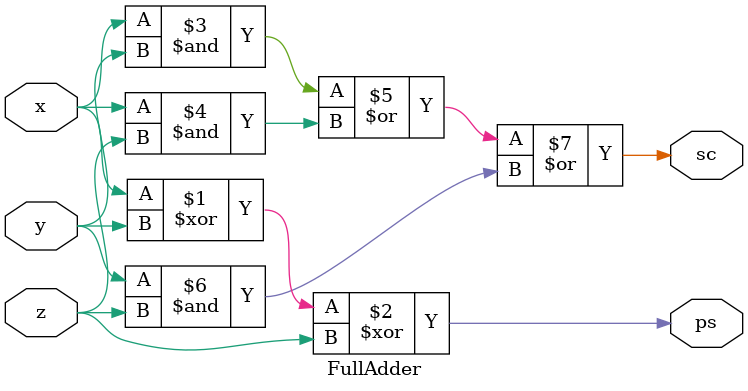
<source format=v>
`timescale 1ns / 1ps

module FullAdder(
    input x,
    input y,
    input z,
    output ps,
    output sc
    );
    
    assign ps = x ^ y ^ z;
    assign sc = (x & y) | (x & z) | (y & z);
endmodule

</source>
